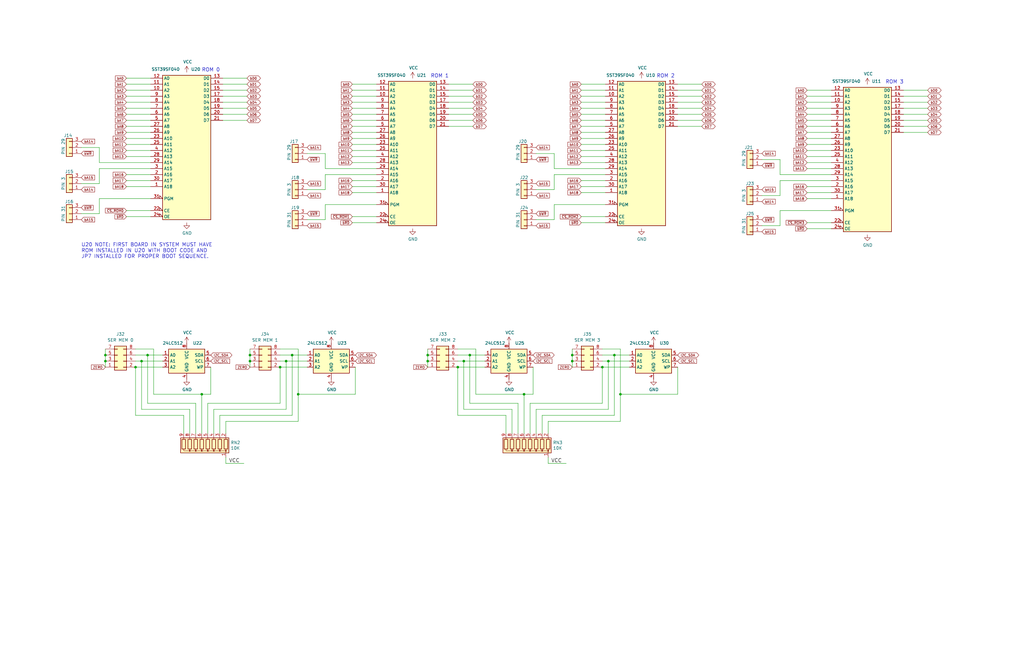
<source format=kicad_sch>
(kicad_sch (version 20211123) (generator eeschema)
  (paper "B")
  (lib_symbols
    (symbol "Connector_Generic:Conn_01x03" (pin_names (offset 1.016) hide)
      (property "Reference" "J" (at 0 5.08 0))
      (property "Value" "Conn_01x03" (at 0 -5.08 0))
      (symbol "Conn_01x03_1_1"
        (rectangle (start -1.27 -2.413) (end 0 -2.667) (stroke (width 0.1524)))
        (rectangle (start -1.27 0.127) (end 0 -0.127) (stroke (width 0.1524)))
        (rectangle (start -1.27 2.667) (end 0 2.413) (stroke (width 0.1524)))
        (rectangle (start -1.27 3.81) (end 1.27 -3.81) (stroke (width 0.254)) (fill (type background)))
        (pin passive line (at -5.08 2.54 0) (length 3.81) (name "Pin_1") (number "1"))
        (pin passive line (at -5.08 0 0) (length 3.81) (name "Pin_2") (number "2"))
        (pin passive line (at -5.08 -2.54 0) (length 3.81) (name "Pin_3") (number "3"))
      )
    )
    (symbol "Connector_Generic:Conn_02x04_Odd_Even" (pin_names (offset 1.016) hide)
      (property "Reference" "J" (at 1.27 5.08 0))
      (property "Value" "Conn_02x04_Odd_Even" (at 1.27 -7.62 0))
      (symbol "Conn_02x04_Odd_Even_1_1"
        (rectangle (start -1.27 -4.953) (end 0 -5.207) (stroke (width 0.1524)))
        (rectangle (start -1.27 -2.413) (end 0 -2.667) (stroke (width 0.1524)))
        (rectangle (start -1.27 0.127) (end 0 -0.127) (stroke (width 0.1524)))
        (rectangle (start -1.27 2.667) (end 0 2.413) (stroke (width 0.1524)))
        (rectangle (start -1.27 3.81) (end 3.81 -6.35) (stroke (width 0.254)) (fill (type background)))
        (rectangle (start 3.81 -4.953) (end 2.54 -5.207) (stroke (width 0.1524)))
        (rectangle (start 3.81 -2.413) (end 2.54 -2.667) (stroke (width 0.1524)))
        (rectangle (start 3.81 0.127) (end 2.54 -0.127) (stroke (width 0.1524)))
        (rectangle (start 3.81 2.667) (end 2.54 2.413) (stroke (width 0.1524)))
        (pin passive line (at -5.08 2.54 0) (length 3.81) (name "Pin_1") (number "1"))
        (pin passive line (at 7.62 2.54 180) (length 3.81) (name "Pin_2") (number "2"))
        (pin passive line (at -5.08 0 0) (length 3.81) (name "Pin_3") (number "3"))
        (pin passive line (at 7.62 0 180) (length 3.81) (name "Pin_4") (number "4"))
        (pin passive line (at -5.08 -2.54 0) (length 3.81) (name "Pin_5") (number "5"))
        (pin passive line (at 7.62 -2.54 180) (length 3.81) (name "Pin_6") (number "6"))
        (pin passive line (at -5.08 -5.08 0) (length 3.81) (name "Pin_7") (number "7"))
        (pin passive line (at 7.62 -5.08 180) (length 3.81) (name "Pin_8") (number "8"))
      )
    )
    (symbol "Device:R_Network08" (pin_names (offset 0) hide)
      (property "Reference" "RN" (at -12.7 0 90))
      (property "Value" "R_Network08" (at 10.16 0 90))
      (symbol "R_Network08_0_1"
        (rectangle (start -11.43 -3.175) (end 8.89 3.175) (stroke (width 0.254)) (fill (type background)))
        (rectangle (start -10.922 1.524) (end -9.398 -2.54) (stroke (width 0.254)))
        (circle (center -10.16 2.286) (radius 0.254) (fill (type outline)))
        (rectangle (start -8.382 1.524) (end -6.858 -2.54) (stroke (width 0.254)))
        (circle (center -7.62 2.286) (radius 0.254) (fill (type outline)))
        (rectangle (start -5.842 1.524) (end -4.318 -2.54) (stroke (width 0.254)))
        (circle (center -5.08 2.286) (radius 0.254) (fill (type outline)))
        (rectangle (start -3.302 1.524) (end -1.778 -2.54) (stroke (width 0.254)))
        (circle (center -2.54 2.286) (radius 0.254) (fill (type outline)))
        (rectangle (start -0.762 1.524) (end 0.762 -2.54) (stroke (width 0.254)))
        (polyline (pts (xy -10.16 -2.54) (xy -10.16 -3.81)))
        (polyline (pts (xy -7.62 -2.54) (xy -7.62 -3.81)))
        (polyline (pts (xy -5.08 -2.54) (xy -5.08 -3.81)))
        (polyline (pts (xy -2.54 -2.54) (xy -2.54 -3.81)))
        (polyline (pts (xy 0 -2.54) (xy 0 -3.81)))
        (polyline (pts (xy 2.54 -2.54) (xy 2.54 -3.81)))
        (polyline (pts (xy 5.08 -2.54) (xy 5.08 -3.81)))
        (polyline (pts (xy 7.62 -2.54) (xy 7.62 -3.81)))
        (polyline (pts (xy -10.16 1.524) (xy -10.16 2.286) (xy -7.62 2.286) (xy -7.62 1.524)))
        (polyline (pts (xy -7.62 1.524) (xy -7.62 2.286) (xy -5.08 2.286) (xy -5.08 1.524)))
        (polyline (pts (xy -5.08 1.524) (xy -5.08 2.286) (xy -2.54 2.286) (xy -2.54 1.524)))
        (polyline (pts (xy -2.54 1.524) (xy -2.54 2.286) (xy 0 2.286) (xy 0 1.524)))
        (polyline (pts (xy 0 1.524) (xy 0 2.286) (xy 2.54 2.286) (xy 2.54 1.524)))
        (polyline (pts (xy 2.54 1.524) (xy 2.54 2.286) (xy 5.08 2.286) (xy 5.08 1.524)))
        (polyline (pts (xy 5.08 1.524) (xy 5.08 2.286) (xy 7.62 2.286) (xy 7.62 1.524)))
        (circle (center 0 2.286) (radius 0.254) (fill (type outline)))
        (rectangle (start 1.778 1.524) (end 3.302 -2.54) (stroke (width 0.254)))
        (circle (center 2.54 2.286) (radius 0.254) (fill (type outline)))
        (rectangle (start 4.318 1.524) (end 5.842 -2.54) (stroke (width 0.254)))
        (circle (center 5.08 2.286) (radius 0.254) (fill (type outline)))
        (rectangle (start 6.858 1.524) (end 8.382 -2.54) (stroke (width 0.254)))
      )
      (symbol "R_Network08_1_1"
        (pin passive line (at -10.16 5.08 270) (length 2.54) (name "common") (number "1"))
        (pin passive line (at -10.16 -5.08 90) (length 1.27) (name "R1") (number "2"))
        (pin passive line (at -7.62 -5.08 90) (length 1.27) (name "R2") (number "3"))
        (pin passive line (at -5.08 -5.08 90) (length 1.27) (name "R3") (number "4"))
        (pin passive line (at -2.54 -5.08 90) (length 1.27) (name "R4") (number "5"))
        (pin passive line (at 0 -5.08 90) (length 1.27) (name "R5") (number "6"))
        (pin passive line (at 2.54 -5.08 90) (length 1.27) (name "R6") (number "7"))
        (pin passive line (at 5.08 -5.08 90) (length 1.27) (name "R7") (number "8"))
        (pin passive line (at 7.62 -5.08 90) (length 1.27) (name "R8") (number "9"))
      )
    )
    (symbol "Memory_EEPROM:24LC512"
      (property "Reference" "U" (at -6.35 6.35 0))
      (property "Value" "24LC512" (at 1.27 6.35 0))
      (symbol "24LC512_1_1"
        (rectangle (start -7.62 5.08) (end 7.62 -5.08) (stroke (width 0.254)) (fill (type background)))
        (pin input line (at -10.16 2.54 0) (length 2.54) (name "A0") (number "1"))
        (pin input line (at -10.16 0 0) (length 2.54) (name "A1") (number "2"))
        (pin input line (at -10.16 -2.54 0) (length 2.54) (name "A2") (number "3"))
        (pin power_in line (at 0 -7.62 90) (length 2.54) (name "GND") (number "4"))
        (pin bidirectional line (at 10.16 2.54 180) (length 2.54) (name "SDA") (number "5"))
        (pin input line (at 10.16 0 180) (length 2.54) (name "SCL") (number "6"))
        (pin input line (at 10.16 -2.54 180) (length 2.54) (name "WP") (number "7"))
        (pin power_in line (at 0 7.62 270) (length 2.54) (name "VCC") (number "8"))
      )
    )
    (symbol "Memory_Flash:SST39SF040"
      (property "Reference" "U" (at 2.54 33.02 0))
      (property "Value" "SST39SF040" (at 0 -30.48 0))
      (symbol "SST39SF040_0_0"
        (pin power_in line (at 0 -30.48 90) (length 1.27) hide (name "GND") (number "16"))
        (pin power_in line (at 0 33.02 270) (length 1.27) hide (name "VCC") (number "32"))
      )
      (symbol "SST39SF040_0_1"
        (rectangle (start -10.16 31.75) (end 10.16 -29.21) (stroke (width 0.254)) (fill (type background)))
      )
      (symbol "SST39SF040_1_1"
        (pin input line (at -15.24 -15.24 0) (length 5.08) (name "A18") (number "1"))
        (pin input line (at -15.24 25.4 0) (length 5.08) (name "A2") (number "10"))
        (pin input line (at -15.24 27.94 0) (length 5.08) (name "A1") (number "11"))
        (pin input line (at -15.24 30.48 0) (length 5.08) (name "A0") (number "12"))
        (pin tri_state line (at 15.24 30.48 180) (length 5.08) (name "D0") (number "13"))
        (pin tri_state line (at 15.24 27.94 180) (length 5.08) (name "D1") (number "14"))
        (pin tri_state line (at 15.24 25.4 180) (length 5.08) (name "D2") (number "15"))
        (pin tri_state line (at 15.24 22.86 180) (length 5.08) (name "D3") (number "17"))
        (pin tri_state line (at 15.24 20.32 180) (length 5.08) (name "D4") (number "18"))
        (pin tri_state line (at 15.24 17.78 180) (length 5.08) (name "D5") (number "19"))
        (pin input line (at -15.24 -10.16 0) (length 5.08) (name "A16") (number "2"))
        (pin tri_state line (at 15.24 15.24 180) (length 5.08) (name "D6") (number "20"))
        (pin tri_state line (at 15.24 12.7 180) (length 5.08) (name "D7") (number "21"))
        (pin input input_low (at -15.24 -25.4 0) (length 5.08) (name "CE") (number "22"))
        (pin input line (at -15.24 5.08 0) (length 5.08) (name "A10") (number "23"))
        (pin input input_low (at -15.24 -27.94 0) (length 5.08) (name "OE") (number "24"))
        (pin input line (at -15.24 2.54 0) (length 5.08) (name "A11") (number "25"))
        (pin input line (at -15.24 7.62 0) (length 5.08) (name "A9") (number "26"))
        (pin input line (at -15.24 10.16 0) (length 5.08) (name "A8") (number "27"))
        (pin input line (at -15.24 -2.54 0) (length 5.08) (name "A13") (number "28"))
        (pin input line (at -15.24 -5.08 0) (length 5.08) (name "A14") (number "29"))
        (pin input line (at -15.24 -7.62 0) (length 5.08) (name "A15") (number "3"))
        (pin input line (at -15.24 -12.7 0) (length 5.08) (name "A17") (number "30"))
        (pin input input_low (at -15.24 -20.32 0) (length 5.08) (name "PGM") (number "31"))
        (pin input line (at -15.24 0 0) (length 5.08) (name "A12") (number "4"))
        (pin input line (at -15.24 12.7 0) (length 5.08) (name "A7") (number "5"))
        (pin input line (at -15.24 15.24 0) (length 5.08) (name "A6") (number "6"))
        (pin input line (at -15.24 17.78 0) (length 5.08) (name "A5") (number "7"))
        (pin input line (at -15.24 20.32 0) (length 5.08) (name "A4") (number "8"))
        (pin input line (at -15.24 22.86 0) (length 5.08) (name "A3") (number "9"))
      )
    )
    (symbol "power:GND" (power) (pin_names (offset 0))
      (property "Value" "GND" (at 0 -3.81 0))
      (symbol "GND_0_1"
        (polyline (pts (xy 0 0) (xy 0 -1.27) (xy 1.27 -1.27) (xy 0 -2.54) (xy -1.27 -1.27) (xy 0 -1.27)))
      )
      (symbol "GND_1_1"
        (pin power_in line (at 0 0 270) (length 0) hide (name "GND") (number "1"))
      )
    )
    (symbol "power:VCC" (power) (pin_names (offset 0))
      (property "Value" "VCC" (at 0 3.81 0))
      (symbol "VCC_0_1"
        (polyline (pts (xy -0.762 1.27) (xy 0 2.54)))
        (polyline (pts (xy 0 0) (xy 0 2.54)))
        (polyline (pts (xy 0 2.54) (xy 0.762 1.27)))
      )
      (symbol "VCC_1_1"
        (pin power_in line (at 0 0 90) (length 0) hide (name "VCC") (number "1"))
      )
    )
  )
  (junction (at 85.09 166.37))
  (junction (at 259.08 149.86))
  (junction (at 195.58 152.4))
  (junction (at 241.3 149.86))
  (junction (at 193.04 154.94))
  (junction (at 105.41 149.86))
  (junction (at 62.23 149.86))
  (junction (at 180.34 149.86))
  (junction (at 118.11 154.94))
  (junction (at 125.73 166.37))
  (junction (at 57.15 154.94))
  (junction (at 198.12 149.86))
  (junction (at 59.69 152.4))
  (junction (at 256.54 152.4))
  (junction (at 105.41 152.4))
  (junction (at 261.62 166.37))
  (junction (at 220.98 166.37))
  (junction (at 241.3 152.4))
  (junction (at 120.65 152.4))
  (junction (at 254 154.94))
  (junction (at 44.45 152.4))
  (junction (at 180.34 152.4))
  (junction (at 123.19 149.86))
  (junction (at 44.45 149.86))
  (wire (pts (xy 245.11 40.64) (xy 255.27 40.64)))
  (wire (pts (xy 41.91 83.82) (xy 63.5 83.82)))
  (wire (pts (xy 340.36 38.1) (xy 350.52 38.1)))
  (wire (pts (xy 381 50.8) (xy 391.16 50.8)))
  (wire (pts (xy 189.23 38.1) (xy 199.39 38.1)))
  (wire (pts (xy 41.91 68.58) (xy 41.91 62.23)))
  (wire (pts (xy 120.65 172.72) (xy 120.65 152.4)))
  (wire (pts (xy 245.11 76.2) (xy 255.27 76.2)))
  (wire (pts (xy 85.09 166.37) (xy 85.09 182.88)))
  (wire (pts (xy 137.16 71.12) (xy 137.16 64.77)))
  (wire (pts (xy 254 149.86) (xy 259.08 149.86)))
  (wire (pts (xy 233.68 73.66) (xy 255.27 73.66)))
  (wire (pts (xy 198.12 149.86) (xy 204.47 149.86)))
  (wire (pts (xy 90.17 172.72) (xy 90.17 182.88)))
  (wire (pts (xy 93.98 50.8) (xy 104.14 50.8)))
  (wire (pts (xy 245.11 63.5) (xy 255.27 63.5)))
  (wire (pts (xy 125.73 147.32) (xy 125.73 166.37)))
  (wire (pts (xy 120.65 152.4) (xy 129.54 152.4)))
  (wire (pts (xy 189.23 45.72) (xy 199.39 45.72)))
  (wire (pts (xy 53.34 45.72) (xy 63.5 45.72)))
  (wire (pts (xy 57.15 147.32) (xy 64.77 147.32)))
  (wire (pts (xy 233.68 80.01) (xy 226.06 80.01)))
  (wire (pts (xy 285.75 53.34) (xy 295.91 53.34)))
  (wire (pts (xy 285.75 48.26) (xy 295.91 48.26)))
  (wire (pts (xy 254 152.4) (xy 256.54 152.4)))
  (wire (pts (xy 123.19 149.86) (xy 129.54 149.86)))
  (wire (pts (xy 213.36 175.26) (xy 213.36 182.88)))
  (wire (pts (xy 231.14 195.58) (xy 238.76 195.58)))
  (wire (pts (xy 53.34 76.2) (xy 63.5 76.2)))
  (wire (pts (xy 233.68 80.01) (xy 233.68 73.66)))
  (wire (pts (xy 57.15 149.86) (xy 62.23 149.86)))
  (wire (pts (xy 328.93 76.2) (xy 350.52 76.2)))
  (wire (pts (xy 93.98 43.18) (xy 104.14 43.18)))
  (wire (pts (xy 148.59 35.56) (xy 158.75 35.56)))
  (wire (pts (xy 261.62 166.37) (xy 285.75 166.37)))
  (wire (pts (xy 105.41 147.32) (xy 105.41 149.86)))
  (wire (pts (xy 87.63 170.18) (xy 118.11 170.18)))
  (wire (pts (xy 148.59 78.74) (xy 158.75 78.74)))
  (wire (pts (xy 213.36 175.26) (xy 193.04 175.26)))
  (wire (pts (xy 90.17 172.72) (xy 120.65 172.72)))
  (wire (pts (xy 41.91 68.58) (xy 63.5 68.58)))
  (wire (pts (xy 381 38.1) (xy 391.16 38.1)))
  (wire (pts (xy 148.59 66.04) (xy 158.75 66.04)))
  (wire (pts (xy 149.86 166.37) (xy 149.86 154.94)))
  (wire (pts (xy 87.63 182.88) (xy 87.63 170.18)))
  (wire (pts (xy 340.36 83.82) (xy 350.52 83.82)))
  (wire (pts (xy 137.16 92.71) (xy 129.54 92.71)))
  (wire (pts (xy 85.09 166.37) (xy 88.9 166.37)))
  (wire (pts (xy 233.68 86.36) (xy 233.68 92.71)))
  (wire (pts (xy 77.47 175.26) (xy 57.15 175.26)))
  (wire (pts (xy 189.23 43.18) (xy 199.39 43.18)))
  (wire (pts (xy 241.3 147.32) (xy 241.3 149.86)))
  (wire (pts (xy 381 53.34) (xy 391.16 53.34)))
  (wire (pts (xy 64.77 166.37) (xy 85.09 166.37)))
  (wire (pts (xy 57.15 154.94) (xy 68.58 154.94)))
  (wire (pts (xy 53.34 38.1) (xy 63.5 38.1)))
  (wire (pts (xy 92.71 182.88) (xy 92.71 175.26)))
  (wire (pts (xy 148.59 93.98) (xy 158.75 93.98)))
  (wire (pts (xy 218.44 170.18) (xy 198.12 170.18)))
  (wire (pts (xy 245.11 45.72) (xy 255.27 45.72)))
  (wire (pts (xy 241.3 152.4) (xy 241.3 154.94)))
  (wire (pts (xy 226.06 172.72) (xy 256.54 172.72)))
  (wire (pts (xy 125.73 177.8) (xy 95.25 177.8)))
  (wire (pts (xy 125.73 166.37) (xy 149.86 166.37)))
  (wire (pts (xy 53.34 88.9) (xy 63.5 88.9)))
  (wire (pts (xy 340.36 96.52) (xy 350.52 96.52)))
  (wire (pts (xy 41.91 77.47) (xy 34.29 77.47)))
  (wire (pts (xy 340.36 53.34) (xy 350.52 53.34)))
  (wire (pts (xy 223.52 170.18) (xy 254 170.18)))
  (wire (pts (xy 350.52 78.74) (xy 340.36 78.74)))
  (wire (pts (xy 228.6 182.88) (xy 228.6 175.26)))
  (wire (pts (xy 245.11 43.18) (xy 255.27 43.18)))
  (wire (pts (xy 118.11 154.94) (xy 129.54 154.94)))
  (wire (pts (xy 180.34 147.32) (xy 180.34 149.86)))
  (wire (pts (xy 62.23 149.86) (xy 68.58 149.86)))
  (wire (pts (xy 254 154.94) (xy 265.43 154.94)))
  (wire (pts (xy 285.75 35.56) (xy 295.91 35.56)))
  (wire (pts (xy 53.34 43.18) (xy 63.5 43.18)))
  (wire (pts (xy 259.08 149.86) (xy 265.43 149.86)))
  (wire (pts (xy 59.69 172.72) (xy 80.01 172.72)))
  (wire (pts (xy 180.34 149.86) (xy 180.34 152.4)))
  (wire (pts (xy 381 40.64) (xy 391.16 40.64)))
  (wire (pts (xy 125.73 166.37) (xy 125.73 177.8)))
  (wire (pts (xy 218.44 170.18) (xy 218.44 182.88)))
  (wire (pts (xy 245.11 93.98) (xy 255.27 93.98)))
  (wire (pts (xy 137.16 80.01) (xy 137.16 73.66)))
  (wire (pts (xy 224.79 166.37) (xy 224.79 154.94)))
  (wire (pts (xy 340.36 58.42) (xy 350.52 58.42)))
  (wire (pts (xy 193.04 154.94) (xy 204.47 154.94)))
  (wire (pts (xy 193.04 147.32) (xy 200.66 147.32)))
  (wire (pts (xy 148.59 53.34) (xy 158.75 53.34)))
  (wire (pts (xy 340.36 68.58) (xy 350.52 68.58)))
  (wire (pts (xy 59.69 152.4) (xy 68.58 152.4)))
  (wire (pts (xy 245.11 55.88) (xy 255.27 55.88)))
  (wire (pts (xy 340.36 81.28) (xy 350.52 81.28)))
  (wire (pts (xy 328.93 73.66) (xy 328.93 67.31)))
  (wire (pts (xy 223.52 182.88) (xy 223.52 170.18)))
  (wire (pts (xy 245.11 58.42) (xy 255.27 58.42)))
  (wire (pts (xy 254 154.94) (xy 254 170.18)))
  (wire (pts (xy 195.58 152.4) (xy 195.58 172.72)))
  (wire (pts (xy 245.11 81.28) (xy 255.27 81.28)))
  (wire (pts (xy 148.59 63.5) (xy 158.75 63.5)))
  (wire (pts (xy 92.71 175.26) (xy 123.19 175.26)))
  (wire (pts (xy 261.62 166.37) (xy 261.62 177.8)))
  (wire (pts (xy 231.14 177.8) (xy 231.14 182.88)))
  (wire (pts (xy 148.59 81.28) (xy 158.75 81.28)))
  (wire (pts (xy 193.04 175.26) (xy 193.04 154.94)))
  (wire (pts (xy 93.98 48.26) (xy 104.14 48.26)))
  (wire (pts (xy 245.11 38.1) (xy 255.27 38.1)))
  (wire (pts (xy 256.54 152.4) (xy 265.43 152.4)))
  (wire (pts (xy 53.34 63.5) (xy 63.5 63.5)))
  (wire (pts (xy 53.34 91.44) (xy 63.5 91.44)))
  (wire (pts (xy 53.34 78.74) (xy 63.5 78.74)))
  (wire (pts (xy 261.62 177.8) (xy 231.14 177.8)))
  (wire (pts (xy 226.06 172.72) (xy 226.06 182.88)))
  (wire (pts (xy 62.23 170.18) (xy 62.23 149.86)))
  (wire (pts (xy 41.91 71.12) (xy 63.5 71.12)))
  (wire (pts (xy 340.36 48.26) (xy 350.52 48.26)))
  (wire (pts (xy 256.54 172.72) (xy 256.54 152.4)))
  (wire (pts (xy 88.9 166.37) (xy 88.9 154.94)))
  (wire (pts (xy 241.3 149.86) (xy 241.3 152.4)))
  (wire (pts (xy 118.11 152.4) (xy 120.65 152.4)))
  (wire (pts (xy 41.91 90.17) (xy 34.29 90.17)))
  (wire (pts (xy 137.16 71.12) (xy 158.75 71.12)))
  (wire (pts (xy 123.19 149.86) (xy 123.19 175.26)))
  (wire (pts (xy 340.36 66.04) (xy 350.52 66.04)))
  (wire (pts (xy 82.55 170.18) (xy 62.23 170.18)))
  (wire (pts (xy 105.41 152.4) (xy 105.41 154.94)))
  (wire (pts (xy 340.36 55.88) (xy 350.52 55.88)))
  (wire (pts (xy 93.98 45.72) (xy 104.14 45.72)))
  (wire (pts (xy 328.93 73.66) (xy 350.52 73.66)))
  (wire (pts (xy 53.34 40.64) (xy 63.5 40.64)))
  (wire (pts (xy 148.59 68.58) (xy 158.75 68.58)))
  (wire (pts (xy 245.11 50.8) (xy 255.27 50.8)))
  (wire (pts (xy 285.75 40.64) (xy 295.91 40.64)))
  (wire (pts (xy 195.58 172.72) (xy 215.9 172.72)))
  (wire (pts (xy 328.93 82.55) (xy 321.31 82.55)))
  (wire (pts (xy 189.23 50.8) (xy 199.39 50.8)))
  (wire (pts (xy 200.66 147.32) (xy 200.66 166.37)))
  (wire (pts (xy 53.34 48.26) (xy 63.5 48.26)))
  (wire (pts (xy 158.75 76.2) (xy 148.59 76.2)))
  (wire (pts (xy 254 147.32) (xy 261.62 147.32)))
  (wire (pts (xy 148.59 55.88) (xy 158.75 55.88)))
  (wire (pts (xy 93.98 38.1) (xy 104.14 38.1)))
  (wire (pts (xy 95.25 195.58) (xy 102.87 195.58)))
  (wire (pts (xy 95.25 195.58) (xy 95.25 193.04)))
  (wire (pts (xy 41.91 83.82) (xy 41.91 90.17)))
  (wire (pts (xy 41.91 62.23) (xy 34.29 62.23)))
  (wire (pts (xy 245.11 68.58) (xy 255.27 68.58)))
  (wire (pts (xy 245.11 53.34) (xy 255.27 53.34)))
  (wire (pts (xy 118.11 149.86) (xy 123.19 149.86)))
  (wire (pts (xy 59.69 152.4) (xy 59.69 172.72)))
  (wire (pts (xy 328.93 67.31) (xy 321.31 67.31)))
  (wire (pts (xy 245.11 66.04) (xy 255.27 66.04)))
  (wire (pts (xy 340.36 43.18) (xy 350.52 43.18)))
  (wire (pts (xy 193.04 149.86) (xy 198.12 149.86)))
  (wire (pts (xy 64.77 147.32) (xy 64.77 166.37)))
  (wire (pts (xy 80.01 172.72) (xy 80.01 182.88)))
  (wire (pts (xy 137.16 86.36) (xy 137.16 92.71)))
  (wire (pts (xy 105.41 149.86) (xy 105.41 152.4)))
  (wire (pts (xy 93.98 40.64) (xy 104.14 40.64)))
  (wire (pts (xy 233.68 64.77) (xy 226.06 64.77)))
  (wire (pts (xy 220.98 166.37) (xy 224.79 166.37)))
  (wire (pts (xy 245.11 48.26) (xy 255.27 48.26)))
  (wire (pts (xy 340.36 50.8) (xy 350.52 50.8)))
  (wire (pts (xy 137.16 73.66) (xy 158.75 73.66)))
  (wire (pts (xy 328.93 88.9) (xy 328.93 95.25)))
  (wire (pts (xy 53.34 53.34) (xy 63.5 53.34)))
  (wire (pts (xy 381 45.72) (xy 391.16 45.72)))
  (wire (pts (xy 198.12 170.18) (xy 198.12 149.86)))
  (wire (pts (xy 148.59 50.8) (xy 158.75 50.8)))
  (wire (pts (xy 148.59 40.64) (xy 158.75 40.64)))
  (wire (pts (xy 137.16 64.77) (xy 129.54 64.77)))
  (wire (pts (xy 200.66 166.37) (xy 220.98 166.37)))
  (wire (pts (xy 95.25 177.8) (xy 95.25 182.88)))
  (wire (pts (xy 137.16 86.36) (xy 158.75 86.36)))
  (wire (pts (xy 189.23 40.64) (xy 199.39 40.64)))
  (wire (pts (xy 231.14 195.58) (xy 231.14 193.04)))
  (wire (pts (xy 148.59 48.26) (xy 158.75 48.26)))
  (wire (pts (xy 381 48.26) (xy 391.16 48.26)))
  (wire (pts (xy 53.34 73.66) (xy 63.5 73.66)))
  (wire (pts (xy 93.98 33.02) (xy 104.14 33.02)))
  (wire (pts (xy 259.08 149.86) (xy 259.08 175.26)))
  (wire (pts (xy 340.36 45.72) (xy 350.52 45.72)))
  (wire (pts (xy 193.04 152.4) (xy 195.58 152.4)))
  (wire (pts (xy 180.34 152.4) (xy 180.34 154.94)))
  (wire (pts (xy 53.34 58.42) (xy 63.5 58.42)))
  (wire (pts (xy 118.11 154.94) (xy 118.11 170.18)))
  (wire (pts (xy 93.98 35.56) (xy 104.14 35.56)))
  (wire (pts (xy 328.93 88.9) (xy 350.52 88.9)))
  (wire (pts (xy 189.23 35.56) (xy 199.39 35.56)))
  (wire (pts (xy 245.11 91.44) (xy 255.27 91.44)))
  (wire (pts (xy 44.45 149.86) (xy 44.45 152.4)))
  (wire (pts (xy 44.45 152.4) (xy 44.45 154.94)))
  (wire (pts (xy 53.34 33.02) (xy 63.5 33.02)))
  (wire (pts (xy 53.34 60.96) (xy 63.5 60.96)))
  (wire (pts (xy 233.68 92.71) (xy 226.06 92.71)))
  (wire (pts (xy 233.68 86.36) (xy 255.27 86.36)))
  (wire (pts (xy 340.36 93.98) (xy 350.52 93.98)))
  (wire (pts (xy 148.59 91.44) (xy 158.75 91.44)))
  (wire (pts (xy 381 43.18) (xy 391.16 43.18)))
  (wire (pts (xy 41.91 77.47) (xy 41.91 71.12)))
  (wire (pts (xy 328.93 95.25) (xy 321.31 95.25)))
  (wire (pts (xy 285.75 45.72) (xy 295.91 45.72)))
  (wire (pts (xy 189.23 48.26) (xy 199.39 48.26)))
  (wire (pts (xy 53.34 55.88) (xy 63.5 55.88)))
  (wire (pts (xy 44.45 147.32) (xy 44.45 149.86)))
  (wire (pts (xy 228.6 175.26) (xy 259.08 175.26)))
  (wire (pts (xy 195.58 152.4) (xy 204.47 152.4)))
  (wire (pts (xy 285.75 154.94) (xy 285.75 166.37)))
  (wire (pts (xy 285.75 50.8) (xy 295.91 50.8)))
  (wire (pts (xy 340.36 71.12) (xy 350.52 71.12)))
  (wire (pts (xy 285.75 38.1) (xy 295.91 38.1)))
  (wire (pts (xy 245.11 78.74) (xy 255.27 78.74)))
  (wire (pts (xy 148.59 60.96) (xy 158.75 60.96)))
  (wire (pts (xy 57.15 152.4) (xy 59.69 152.4)))
  (wire (pts (xy 233.68 71.12) (xy 233.68 64.77)))
  (wire (pts (xy 245.11 60.96) (xy 255.27 60.96)))
  (wire (pts (xy 148.59 43.18) (xy 158.75 43.18)))
  (wire (pts (xy 137.16 80.01) (xy 129.54 80.01)))
  (wire (pts (xy 189.23 53.34) (xy 199.39 53.34)))
  (wire (pts (xy 82.55 170.18) (xy 82.55 182.88)))
  (wire (pts (xy 340.36 63.5) (xy 350.52 63.5)))
  (wire (pts (xy 215.9 172.72) (xy 215.9 182.88)))
  (wire (pts (xy 381 55.88) (xy 391.16 55.88)))
  (wire (pts (xy 261.62 147.32) (xy 261.62 166.37)))
  (wire (pts (xy 285.75 43.18) (xy 295.91 43.18)))
  (wire (pts (xy 328.93 82.55) (xy 328.93 76.2)))
  (wire (pts (xy 148.59 58.42) (xy 158.75 58.42)))
  (wire (pts (xy 118.11 147.32) (xy 125.73 147.32)))
  (wire (pts (xy 340.36 40.64) (xy 350.52 40.64)))
  (wire (pts (xy 233.68 71.12) (xy 255.27 71.12)))
  (wire (pts (xy 245.11 35.56) (xy 255.27 35.56)))
  (wire (pts (xy 220.98 166.37) (xy 220.98 182.88)))
  (wire (pts (xy 53.34 50.8) (xy 63.5 50.8)))
  (wire (pts (xy 57.15 175.26) (xy 57.15 154.94)))
  (wire (pts (xy 77.47 175.26) (xy 77.47 182.88)))
  (wire (pts (xy 53.34 35.56) (xy 63.5 35.56)))
  (wire (pts (xy 53.34 66.04) (xy 63.5 66.04)))
  (wire (pts (xy 148.59 38.1) (xy 158.75 38.1)))
  (wire (pts (xy 340.36 60.96) (xy 350.52 60.96)))
  (wire (pts (xy 148.59 45.72) (xy 158.75 45.72)))
  (text "ROM 3" (at 373.38 35.56 0) (effects (font (size 1.524 1.524)) (justify left bottom)))
  (text "ROM 1" (at 181.61 33.02 0) (effects (font (size 1.524 1.524)) (justify left bottom)))
  (text "ROM 0" (at 85.09 30.48 0) (effects (font (size 1.524 1.524)) (justify left bottom)))
  (text "ROM 2" (at 276.86 33.02 0) (effects (font (size 1.524 1.524)) (justify left bottom)))
  (text "U20 NOTE: FIRST BOARD IN SYSTEM MUST HAVE\nROM INSTALLED IN U20 WITH BOOT CODE AND\nJP7 INSTALLED FOR PROPER BOOT SEQUENCE." (at 34.29 109.22 0) (effects (font (size 1.524 1.524)) (justify left bottom)))
  (label "VCC" (at 232.41 195.58 0) (effects (font (size 1.524 1.524))))
  (label "VCC" (at 96.52 195.58 0) (effects (font (size 1.524 1.524))))
  (global_label "bA9" (shape input) (at 245.11 58.42 180) (effects (font (size 1.016 1.016))) (property "Intersheet References" "${INTERSHEET_REFS}" (effects hide)))
  (global_label "bA16" (shape input) (at 245.11 76.2 180) (effects (font (size 1.016 1.016))) (property "Intersheet References" "${INTERSHEET_REFS}" (effects hide)))
  (global_label "bA15" (shape input) (at 34.29 74.93 0) (effects (font (size 1.016 1.016))) (property "Intersheet References" "${INTERSHEET_REFS}" (effects hide)))
  (global_label "bD2" (shape bidirectional) (at 104.14 38.1 0) (effects (font (size 1.016 1.016))) (property "Intersheet References" "${INTERSHEET_REFS}" (effects hide)))
  (global_label "ZERO" (shape input) (at 105.41 154.94 180) (effects (font (size 1.016 1.016))) (property "Intersheet References" "${INTERSHEET_REFS}" (effects hide)))
  (global_label "bD1" (shape bidirectional) (at 295.91 38.1 0) (effects (font (size 1.016 1.016))) (property "Intersheet References" "${INTERSHEET_REFS}" (effects hide)))
  (global_label "bA7" (shape input) (at 340.36 55.88 180) (effects (font (size 1.016 1.016))) (property "Intersheet References" "${INTERSHEET_REFS}" (effects hide)))
  (global_label "bD2" (shape bidirectional) (at 295.91 40.64 0) (effects (font (size 1.016 1.016))) (property "Intersheet References" "${INTERSHEET_REFS}" (effects hide)))
  (global_label "bA3" (shape input) (at 340.36 45.72 180) (effects (font (size 1.016 1.016))) (property "Intersheet References" "${INTERSHEET_REFS}" (effects hide)))
  (global_label "bD5" (shape bidirectional) (at 199.39 48.26 0) (effects (font (size 1.016 1.016))) (property "Intersheet References" "${INTERSHEET_REFS}" (effects hide)))
  (global_label "~{CS_ROM1}" (shape input) (at 148.59 91.44 180) (effects (font (size 1.016 1.016))) (property "Intersheet References" "${INTERSHEET_REFS}" (effects hide)))
  (global_label "bA14" (shape input) (at 226.06 62.23 0) (effects (font (size 1.016 1.016))) (property "Intersheet References" "${INTERSHEET_REFS}" (effects hide)))
  (global_label "bA11" (shape input) (at 148.59 63.5 180) (effects (font (size 1.016 1.016))) (property "Intersheet References" "${INTERSHEET_REFS}" (effects hide)))
  (global_label "bA2" (shape input) (at 245.11 40.64 180) (effects (font (size 1.016 1.016))) (property "Intersheet References" "${INTERSHEET_REFS}" (effects hide)))
  (global_label "bA16" (shape input) (at 148.59 76.2 180) (effects (font (size 1.016 1.016))) (property "Intersheet References" "${INTERSHEET_REFS}" (effects hide)))
  (global_label "bA17" (shape input) (at 245.11 78.74 180) (effects (font (size 1.016 1.016))) (property "Intersheet References" "${INTERSHEET_REFS}" (effects hide)))
  (global_label "~{bRD}" (shape input) (at 245.11 93.98 180) (effects (font (size 1.016 1.016))) (property "Intersheet References" "${INTERSHEET_REFS}" (effects hide)))
  (global_label "bA7" (shape input) (at 148.59 53.34 180) (effects (font (size 1.016 1.016))) (property "Intersheet References" "${INTERSHEET_REFS}" (effects hide)))
  (global_label "bA14" (shape input) (at 129.54 62.23 0) (effects (font (size 1.016 1.016))) (property "Intersheet References" "${INTERSHEET_REFS}" (effects hide)))
  (global_label "bD4" (shape bidirectional) (at 295.91 45.72 0) (effects (font (size 1.016 1.016))) (property "Intersheet References" "${INTERSHEET_REFS}" (effects hide)))
  (global_label "bA14" (shape input) (at 226.06 82.55 0) (effects (font (size 1.016 1.016))) (property "Intersheet References" "${INTERSHEET_REFS}" (effects hide)))
  (global_label "bA11" (shape input) (at 340.36 66.04 180) (effects (font (size 1.016 1.016))) (property "Intersheet References" "${INTERSHEET_REFS}" (effects hide)))
  (global_label "bA16" (shape input) (at 340.36 78.74 180) (effects (font (size 1.016 1.016))) (property "Intersheet References" "${INTERSHEET_REFS}" (effects hide)))
  (global_label "bD1" (shape bidirectional) (at 104.14 35.56 0) (effects (font (size 1.016 1.016))) (property "Intersheet References" "${INTERSHEET_REFS}" (effects hide)))
  (global_label "bA3" (shape input) (at 148.59 43.18 180) (effects (font (size 1.016 1.016))) (property "Intersheet References" "${INTERSHEET_REFS}" (effects hide)))
  (global_label "bD6" (shape bidirectional) (at 391.16 53.34 0) (effects (font (size 1.016 1.016))) (property "Intersheet References" "${INTERSHEET_REFS}" (effects hide)))
  (global_label "bA13" (shape input) (at 53.34 66.04 180) (effects (font (size 1.016 1.016))) (property "Intersheet References" "${INTERSHEET_REFS}" (effects hide)))
  (global_label "bA6" (shape input) (at 53.34 48.26 180) (effects (font (size 1.016 1.016))) (property "Intersheet References" "${INTERSHEET_REFS}" (effects hide)))
  (global_label "bD2" (shape bidirectional) (at 199.39 40.64 0) (effects (font (size 1.016 1.016))) (property "Intersheet References" "${INTERSHEET_REFS}" (effects hide)))
  (global_label "bD7" (shape bidirectional) (at 104.14 50.8 0) (effects (font (size 1.016 1.016))) (property "Intersheet References" "${INTERSHEET_REFS}" (effects hide)))
  (global_label "I2C_SCL" (shape input) (at 88.9 152.4 0) (effects (font (size 1.016 1.016))) (property "Intersheet References" "${INTERSHEET_REFS}" (effects hide)))
  (global_label "bD5" (shape bidirectional) (at 104.14 45.72 0) (effects (font (size 1.016 1.016))) (property "Intersheet References" "${INTERSHEET_REFS}" (effects hide)))
  (global_label "bA10" (shape input) (at 245.11 60.96 180) (effects (font (size 1.016 1.016))) (property "Intersheet References" "${INTERSHEET_REFS}" (effects hide)))
  (global_label "I2C_SDA" (shape bidirectional) (at 88.9 149.86 0) (effects (font (size 1.016 1.016))) (property "Intersheet References" "${INTERSHEET_REFS}" (effects hide)))
  (global_label "ZERO" (shape input) (at 241.3 154.94 180) (effects (font (size 1.016 1.016))) (property "Intersheet References" "${INTERSHEET_REFS}" (effects hide)))
  (global_label "bA5" (shape input) (at 148.59 48.26 180) (effects (font (size 1.016 1.016))) (property "Intersheet References" "${INTERSHEET_REFS}" (effects hide)))
  (global_label "bA16" (shape input) (at 53.34 73.66 180) (effects (font (size 1.016 1.016))) (property "Intersheet References" "${INTERSHEET_REFS}" (effects hide)))
  (global_label "bA10" (shape input) (at 148.59 60.96 180) (effects (font (size 1.016 1.016))) (property "Intersheet References" "${INTERSHEET_REFS}" (effects hide)))
  (global_label "bA14" (shape input) (at 34.29 59.69 0) (effects (font (size 1.016 1.016))) (property "Intersheet References" "${INTERSHEET_REFS}" (effects hide)))
  (global_label "bA17" (shape input) (at 340.36 81.28 180) (effects (font (size 1.016 1.016))) (property "Intersheet References" "${INTERSHEET_REFS}" (effects hide)))
  (global_label "bA18" (shape input) (at 340.36 83.82 180) (effects (font (size 1.016 1.016))) (property "Intersheet References" "${INTERSHEET_REFS}" (effects hide)))
  (global_label "bA9" (shape input) (at 340.36 60.96 180) (effects (font (size 1.016 1.016))) (property "Intersheet References" "${INTERSHEET_REFS}" (effects hide)))
  (global_label "ZERO" (shape input) (at 44.45 154.94 180) (effects (font (size 1.016 1.016))) (property "Intersheet References" "${INTERSHEET_REFS}" (effects hide)))
  (global_label "bA5" (shape input) (at 53.34 45.72 180) (effects (font (size 1.016 1.016))) (property "Intersheet References" "${INTERSHEET_REFS}" (effects hide)))
  (global_label "bA14" (shape input) (at 129.54 82.55 0) (effects (font (size 1.016 1.016))) (property "Intersheet References" "${INTERSHEET_REFS}" (effects hide)))
  (global_label "bA18" (shape input) (at 53.34 78.74 180) (effects (font (size 1.016 1.016))) (property "Intersheet References" "${INTERSHEET_REFS}" (effects hide)))
  (global_label "bA0" (shape input) (at 340.36 38.1 180) (effects (font (size 1.016 1.016))) (property "Intersheet References" "${INTERSHEET_REFS}" (effects hide)))
  (global_label "bA3" (shape input) (at 245.11 43.18 180) (effects (font (size 1.016 1.016))) (property "Intersheet References" "${INTERSHEET_REFS}" (effects hide)))
  (global_label "bD4" (shape bidirectional) (at 391.16 48.26 0) (effects (font (size 1.016 1.016))) (property "Intersheet References" "${INTERSHEET_REFS}" (effects hide)))
  (global_label "bD3" (shape bidirectional) (at 104.14 40.64 0) (effects (font (size 1.016 1.016))) (property "Intersheet References" "${INTERSHEET_REFS}" (effects hide)))
  (global_label "bA17" (shape input) (at 53.34 76.2 180) (effects (font (size 1.016 1.016))) (property "Intersheet References" "${INTERSHEET_REFS}" (effects hide)))
  (global_label "bA10" (shape input) (at 53.34 58.42 180) (effects (font (size 1.016 1.016))) (property "Intersheet References" "${INTERSHEET_REFS}" (effects hide)))
  (global_label "bA14" (shape input) (at 34.29 80.01 0) (effects (font (size 1.016 1.016))) (property "Intersheet References" "${INTERSHEET_REFS}" (effects hide)))
  (global_label "bA15" (shape input) (at 226.06 95.25 0) (effects (font (size 1.016 1.016))) (property "Intersheet References" "${INTERSHEET_REFS}" (effects hide)))
  (global_label "bD5" (shape bidirectional) (at 295.91 48.26 0) (effects (font (size 1.016 1.016))) (property "Intersheet References" "${INTERSHEET_REFS}" (effects hide)))
  (global_label "I2C_SDA" (shape bidirectional) (at 149.86 149.86 0) (effects (font (size 1.016 1.016))) (property "Intersheet References" "${INTERSHEET_REFS}" (effects hide)))
  (global_label "bA4" (shape input) (at 340.36 48.26 180) (effects (font (size 1.016 1.016))) (property "Intersheet References" "${INTERSHEET_REFS}" (effects hide)))
  (global_label "bA8" (shape input) (at 53.34 53.34 180) (effects (font (size 1.016 1.016))) (property "Intersheet References" "${INTERSHEET_REFS}" (effects hide)))
  (global_label "I2C_SDA" (shape bidirectional) (at 285.75 149.86 0) (effects (font (size 1.016 1.016))) (property "Intersheet References" "${INTERSHEET_REFS}" (effects hide)))
  (global_label "~{bWR}" (shape input) (at 34.29 64.77 0) (effects (font (size 1.016 1.016))) (property "Intersheet References" "${INTERSHEET_REFS}" (effects hide)))
  (global_label "~{bRD}" (shape input) (at 53.34 91.44 180) (effects (font (size 1.016 1.016))) (property "Intersheet References" "${INTERSHEET_REFS}" (effects hide)))
  (global_label "bA17" (shape input) (at 148.59 78.74 180) (effects (font (size 1.016 1.016))) (property "Intersheet References" "${INTERSHEET_REFS}" (effects hide)))
  (global_label "I2C_SCL" (shape input) (at 285.75 152.4 0) (effects (font (size 1.016 1.016))) (property "Intersheet References" "${INTERSHEET_REFS}" (effects hide)))
  (global_label "bA13" (shape input) (at 340.36 71.12 180) (effects (font (size 1.016 1.016))) (property "Intersheet References" "${INTERSHEET_REFS}" (effects hide)))
  (global_label "bD2" (shape bidirectional) (at 391.16 43.18 0) (effects (font (size 1.016 1.016))) (property "Intersheet References" "${INTERSHEET_REFS}" (effects hide)))
  (global_label "bD6" (shape bidirectional) (at 199.39 50.8 0) (effects (font (size 1.016 1.016))) (property "Intersheet References" "${INTERSHEET_REFS}" (effects hide)))
  (global_label "bA2" (shape input) (at 340.36 43.18 180) (effects (font (size 1.016 1.016))) (property "Intersheet References" "${INTERSHEET_REFS}" (effects hide)))
  (global_label "bA11" (shape input) (at 53.34 60.96 180) (effects (font (size 1.016 1.016))) (property "Intersheet References" "${INTERSHEET_REFS}" (effects hide)))
  (global_label "bA15" (shape input) (at 129.54 77.47 0) (effects (font (size 1.016 1.016))) (property "Intersheet References" "${INTERSHEET_REFS}" (effects hide)))
  (global_label "I2C_SCL" (shape input) (at 149.86 152.4 0) (effects (font (size 1.016 1.016))) (property "Intersheet References" "${INTERSHEET_REFS}" (effects hide)))
  (global_label "bA1" (shape input) (at 245.11 38.1 180) (effects (font (size 1.016 1.016))) (property "Intersheet References" "${INTERSHEET_REFS}" (effects hide)))
  (global_label "~{bWR}" (shape input) (at 129.54 67.31 0) (effects (font (size 1.016 1.016))) (property "Intersheet References" "${INTERSHEET_REFS}" (effects hide)))
  (global_label "bA1" (shape input) (at 148.59 38.1 180) (effects (font (size 1.016 1.016))) (property "Intersheet References" "${INTERSHEET_REFS}" (effects hide)))
  (global_label "bA18" (shape input) (at 148.59 81.28 180) (effects (font (size 1.016 1.016))) (property "Intersheet References" "${INTERSHEET_REFS}" (effects hide)))
  (global_label "bD3" (shape bidirectional) (at 391.16 45.72 0) (effects (font (size 1.016 1.016))) (property "Intersheet References" "${INTERSHEET_REFS}" (effects hide)))
  (global_label "bD6" (shape bidirectional) (at 104.14 48.26 0) (effects (font (size 1.016 1.016))) (property "Intersheet References" "${INTERSHEET_REFS}" (effects hide)))
  (global_label "bA0" (shape input) (at 245.11 35.56 180) (effects (font (size 1.016 1.016))) (property "Intersheet References" "${INTERSHEET_REFS}" (effects hide)))
  (global_label "~{CS_ROM0}" (shape input) (at 53.34 88.9 180) (effects (font (size 1.016 1.016))) (property "Intersheet References" "${INTERSHEET_REFS}" (effects hide)))
  (global_label "~{CS_ROM2}" (shape input) (at 245.11 91.44 180) (effects (font (size 1.016 1.016))) (property "Intersheet References" "${INTERSHEET_REFS}" (effects hide)))
  (global_label "bA12" (shape input) (at 148.59 66.04 180) (effects (font (size 1.016 1.016))) (property "Intersheet References" "${INTERSHEET_REFS}" (effects hide)))
  (global_label "bA1" (shape input) (at 340.36 40.64 180) (effects (font (size 1.016 1.016))) (property "Intersheet References" "${INTERSHEET_REFS}" (effects hide)))
  (global_label "bA7" (shape input) (at 245.11 53.34 180) (effects (font (size 1.016 1.016))) (property "Intersheet References" "${INTERSHEET_REFS}" (effects hide)))
  (global_label "bD4" (shape bidirectional) (at 199.39 45.72 0) (effects (font (size 1.016 1.016))) (property "Intersheet References" "${INTERSHEET_REFS}" (effects hide)))
  (global_label "bD7" (shape bidirectional) (at 391.16 55.88 0) (effects (font (size 1.016 1.016))) (property "Intersheet References" "${INTERSHEET_REFS}" (effects hide)))
  (global_label "bA18" (shape input) (at 245.11 81.28 180) (effects (font (size 1.016 1.016))) (property "Intersheet References" "${INTERSHEET_REFS}" (effects hide)))
  (global_label "bA6" (shape input) (at 148.59 50.8 180) (effects (font (size 1.016 1.016))) (property "Intersheet References" "${INTERSHEET_REFS}" (effects hide)))
  (global_label "bA10" (shape input) (at 340.36 63.5 180) (effects (font (size 1.016 1.016))) (property "Intersheet References" "${INTERSHEET_REFS}" (effects hide)))
  (global_label "~{bWR}" (shape input) (at 34.29 87.63 0) (effects (font (size 1.016 1.016))) (property "Intersheet References" "${INTERSHEET_REFS}" (effects hide)))
  (global_label "bA2" (shape input) (at 148.59 40.64 180) (effects (font (size 1.016 1.016))) (property "Intersheet References" "${INTERSHEET_REFS}" (effects hide)))
  (global_label "bD7" (shape bidirectional) (at 295.91 53.34 0) (effects (font (size 1.016 1.016))) (property "Intersheet References" "${INTERSHEET_REFS}" (effects hide)))
  (global_label "bD0" (shape bidirectional) (at 295.91 35.56 0) (effects (font (size 1.016 1.016))) (property "Intersheet References" "${INTERSHEET_REFS}" (effects hide)))
  (global_label "bD3" (shape bidirectional) (at 295.91 43.18 0) (effects (font (size 1.016 1.016))) (property "Intersheet References" "${INTERSHEET_REFS}" (effects hide)))
  (global_label "bD5" (shape bidirectional) (at 391.16 50.8 0) (effects (font (size 1.016 1.016))) (property "Intersheet References" "${INTERSHEET_REFS}" (effects hide)))
  (global_label "bA14" (shape input) (at 321.31 85.09 0) (effects (font (size 1.016 1.016))) (property "Intersheet References" "${INTERSHEET_REFS}" (effects hide)))
  (global_label "bA6" (shape input) (at 340.36 53.34 180) (effects (font (size 1.016 1.016))) (property "Intersheet References" "${INTERSHEET_REFS}" (effects hide)))
  (global_label "bA4" (shape input) (at 245.11 45.72 180) (effects (font (size 1.016 1.016))) (property "Intersheet References" "${INTERSHEET_REFS}" (effects hide)))
  (global_label "bA15" (shape input) (at 321.31 97.79 0) (effects (font (size 1.016 1.016))) (property "Intersheet References" "${INTERSHEET_REFS}" (effects hide)))
  (global_label "bA15" (shape input) (at 226.06 77.47 0) (effects (font (size 1.016 1.016))) (property "Intersheet References" "${INTERSHEET_REFS}" (effects hide)))
  (global_label "bA4" (shape input) (at 148.59 45.72 180) (effects (font (size 1.016 1.016))) (property "Intersheet References" "${INTERSHEET_REFS}" (effects hide)))
  (global_label "~{bWR}" (shape input) (at 226.06 90.17 0) (effects (font (size 1.016 1.016))) (property "Intersheet References" "${INTERSHEET_REFS}" (effects hide)))
  (global_label "bD1" (shape bidirectional) (at 199.39 38.1 0) (effects (font (size 1.016 1.016))) (property "Intersheet References" "${INTERSHEET_REFS}" (effects hide)))
  (global_label "bD1" (shape bidirectional) (at 391.16 40.64 0) (effects (font (size 1.016 1.016))) (property "Intersheet References" "${INTERSHEET_REFS}" (effects hide)))
  (global_label "bA15" (shape input) (at 129.54 95.25 0) (effects (font (size 1.016 1.016))) (property "Intersheet References" "${INTERSHEET_REFS}" (effects hide)))
  (global_label "bA2" (shape input) (at 53.34 38.1 180) (effects (font (size 1.016 1.016))) (property "Intersheet References" "${INTERSHEET_REFS}" (effects hide)))
  (global_label "bA0" (shape input) (at 148.59 35.56 180) (effects (font (size 1.016 1.016))) (property "Intersheet References" "${INTERSHEET_REFS}" (effects hide)))
  (global_label "bA15" (shape input) (at 34.29 92.71 0) (effects (font (size 1.016 1.016))) (property "Intersheet References" "${INTERSHEET_REFS}" (effects hide)))
  (global_label "bA12" (shape input) (at 53.34 63.5 180) (effects (font (size 1.016 1.016))) (property "Intersheet References" "${INTERSHEET_REFS}" (effects hide)))
  (global_label "bA5" (shape input) (at 245.11 48.26 180) (effects (font (size 1.016 1.016))) (property "Intersheet References" "${INTERSHEET_REFS}" (effects hide)))
  (global_label "bA3" (shape input) (at 53.34 40.64 180) (effects (font (size 1.016 1.016))) (property "Intersheet References" "${INTERSHEET_REFS}" (effects hide)))
  (global_label "bD4" (shape bidirectional) (at 104.14 43.18 0) (effects (font (size 1.016 1.016))) (property "Intersheet References" "${INTERSHEET_REFS}" (effects hide)))
  (global_label "bA11" (shape input) (at 245.11 63.5 180) (effects (font (size 1.016 1.016))) (property "Intersheet References" "${INTERSHEET_REFS}" (effects hide)))
  (global_label "bA13" (shape input) (at 245.11 68.58 180) (effects (font (size 1.016 1.016))) (property "Intersheet References" "${INTERSHEET_REFS}" (effects hide)))
  (global_label "~{CS_ROM3}" (shape input) (at 340.36 93.98 180) (effects (font (size 1.016 1.016))) (property "Intersheet References" "${INTERSHEET_REFS}" (effects hide)))
  (global_label "bA0" (shape input) (at 53.34 33.02 180) (effects (font (size 1.016 1.016))) (property "Intersheet References" "${INTERSHEET_REFS}" (effects hide)))
  (global_label "~{bWR}" (shape input) (at 226.06 67.31 0) (effects (font (size 1.016 1.016))) (property "Intersheet References" "${INTERSHEET_REFS}" (effects hide)))
  (global_label "bA14" (shape input) (at 321.31 64.77 0) (effects (font (size 1.016 1.016))) (property "Intersheet References" "${INTERSHEET_REFS}" (effects hide)))
  (global_label "bD0" (shape bidirectional) (at 391.16 38.1 0) (effects (font (size 1.016 1.016))) (property "Intersheet References" "${INTERSHEET_REFS}" (effects hide)))
  (global_label "~{bWR}" (shape input) (at 321.31 69.85 0) (effects (font (size 1.016 1.016))) (property "Intersheet References" "${INTERSHEET_REFS}" (effects hide)))
  (global_label "bA4" (shape input) (at 53.34 43.18 180) (effects (font (size 1.016 1.016))) (property "Intersheet References" "${INTERSHEET_REFS}" (effects hide)))
  (global_label "bA12" (shape input) (at 245.11 66.04 180) (effects (font (size 1.016 1.016))) (property "Intersheet References" "${INTERSHEET_REFS}" (effects hide)))
  (global_label "bA13" (shape input) (at 148.59 68.58 180) (effects (font (size 1.016 1.016))) (property "Intersheet References" "${INTERSHEET_REFS}" (effects hide)))
  (global_label "bA8" (shape input) (at 148.59 55.88 180) (effects (font (size 1.016 1.016))) (property "Intersheet References" "${INTERSHEET_REFS}" (effects hide)))
  (global_label "bD0" (shape bidirectional) (at 199.39 35.56 0) (effects (font (size 1.016 1.016))) (property "Intersheet References" "${INTERSHEET_REFS}" (effects hide)))
  (global_label "bA7" (shape input) (at 53.34 50.8 180) (effects (font (size 1.016 1.016))) (property "Intersheet References" "${INTERSHEET_REFS}" (effects hide)))
  (global_label "bA12" (shape input) (at 340.36 68.58 180) (effects (font (size 1.016 1.016))) (property "Intersheet References" "${INTERSHEET_REFS}" (effects hide)))
  (global_label "~{bRD}" (shape input) (at 340.36 96.52 180) (effects (font (size 1.016 1.016))) (property "Intersheet References" "${INTERSHEET_REFS}" (effects hide)))
  (global_label "~{bWR}" (shape input) (at 321.31 92.71 0) (effects (font (size 1.016 1.016))) (property "Intersheet References" "${INTERSHEET_REFS}" (effects hide)))
  (global_label "bA9" (shape input) (at 148.59 58.42 180) (effects (font (size 1.016 1.016))) (property "Intersheet References" "${INTERSHEET_REFS}" (effects hide)))
  (global_label "~{bRD}" (shape input) (at 148.59 93.98 180) (effects (font (size 1.016 1.016))) (property "Intersheet References" "${INTERSHEET_REFS}" (effects hide)))
  (global_label "bA6" (shape input) (at 245.11 50.8 180) (effects (font (size 1.016 1.016))) (property "Intersheet References" "${INTERSHEET_REFS}" (effects hide)))
  (global_label "bA1" (shape input) (at 53.34 35.56 180) (effects (font (size 1.016 1.016))) (property "Intersheet References" "${INTERSHEET_REFS}" (effects hide)))
  (global_label "bD0" (shape bidirectional) (at 104.14 33.02 0) (effects (font (size 1.016 1.016))) (property "Intersheet References" "${INTERSHEET_REFS}" (effects hide)))
  (global_label "bA9" (shape input) (at 53.34 55.88 180) (effects (font (size 1.016 1.016))) (property "Intersheet References" "${INTERSHEET_REFS}" (effects hide)))
  (global_label "I2C_SDA" (shape bidirectional) (at 224.79 149.86 0) (effects (font (size 1.016 1.016))) (property "Intersheet References" "${INTERSHEET_REFS}" (effects hide)))
  (global_label "bA8" (shape input) (at 245.11 55.88 180) (effects (font (size 1.016 1.016))) (property "Intersheet References" "${INTERSHEET_REFS}" (effects hide)))
  (global_label "~{bWR}" (shape input) (at 129.54 90.17 0) (effects (font (size 1.016 1.016))) (property "Intersheet References" "${INTERSHEET_REFS}" (effects hide)))
  (global_label "bD3" (shape bidirectional) (at 199.39 43.18 0) (effects (font (size 1.016 1.016))) (property "Intersheet References" "${INTERSHEET_REFS}" (effects hide)))
  (global_label "bA15" (shape input) (at 321.31 80.01 0) (effects (font (size 1.016 1.016))) (property "Intersheet References" "${INTERSHEET_REFS}" (effects hide)))
  (global_label "bD7" (shape bidirectional) (at 199.39 53.34 0) (effects (font (size 1.016 1.016))) (property "Intersheet References" "${INTERSHEET_REFS}" (effects hide)))
  (global_label "bA5" (shape input) (at 340.36 50.8 180) (effects (font (size 1.016 1.016))) (property "Intersheet References" "${INTERSHEET_REFS}" (effects hide)))
  (global_label "bA8" (shape input) (at 340.36 58.42 180) (effects (font (size 1.016 1.016))) (property "Intersheet References" "${INTERSHEET_REFS}" (effects hide)))
  (global_label "ZERO" (shape input) (at 180.34 154.94 180) (effects (font (size 1.016 1.016))) (property "Intersheet References" "${INTERSHEET_REFS}" (effects hide)))
  (global_label "I2C_SCL" (shape input) (at 224.79 152.4 0) (effects (font (size 1.016 1.016))) (property "Intersheet References" "${INTERSHEET_REFS}" (effects hide)))
  (global_label "bD6" (shape bidirectional) (at 295.91 50.8 0) (effects (font (size 1.016 1.016))) (property "Intersheet References" "${INTERSHEET_REFS}" (effects hide)))
  (symbol (lib_id "Connector_Generic:Conn_01x03") (at 29.21 77.47 180) (unit 1)
    (property "Reference" "J15" (at 29.21 72.39 0))
    (property "Value" "PIN 3" (at 26.67 77.47 90))
    (property "Footprint" "Connector_PinHeader_2.54mm:PinHeader_1x03_P2.54mm_Vertical" (effects hide))
  )
  (symbol (lib_id "Connector_Generic:Conn_01x03") (at 29.21 90.17 180) (unit 1)
    (property "Reference" "J16" (at 29.21 85.09 0))
    (property "Value" "PIN 31" (at 26.67 90.17 90))
    (property "Footprint" "Connector_PinHeader_2.54mm:PinHeader_1x03_P2.54mm_Vertical" (effects hide))
  )
  (symbol (lib_id "Connector_Generic:Conn_01x03") (at 29.21 62.23 180) (unit 1)
    (property "Reference" "J14" (at 30.48 57.15 0) (effects (justify left)))
    (property "Value" "PIN 29" (at 26.67 58.42 90) (effects (justify left)))
    (property "Footprint" "Connector_PinHeader_2.54mm:PinHeader_1x03_P2.54mm_Vertical" (effects hide))
  )
  (symbol (lib_id "Connector_Generic:Conn_01x03") (at 124.46 80.01 180) (unit 1)
    (property "Reference" "J18" (at 124.46 74.93 0))
    (property "Value" "PIN 3" (at 121.92 80.01 90))
    (property "Footprint" "Connector_PinHeader_2.54mm:PinHeader_1x03_P2.54mm_Vertical" (effects hide))
  )
  (symbol (lib_id "Connector_Generic:Conn_01x03") (at 124.46 92.71 180) (unit 1)
    (property "Reference" "J19" (at 124.46 87.63 0))
    (property "Value" "PIN 31" (at 121.92 92.71 90))
    (property "Footprint" "Connector_PinHeader_2.54mm:PinHeader_1x03_P2.54mm_Vertical" (effects hide))
  )
  (symbol (lib_id "Connector_Generic:Conn_01x03") (at 124.46 64.77 180) (unit 1)
    (property "Reference" "J17" (at 125.73 59.69 0) (effects (justify left)))
    (property "Value" "PIN 29" (at 121.92 60.96 90) (effects (justify left)))
    (property "Footprint" "Connector_PinHeader_2.54mm:PinHeader_1x03_P2.54mm_Vertical" (effects hide))
  )
  (symbol (lib_id "power:VCC") (at 365.76 35.56 0) (unit 1)
    (property "Reference" "#PWR0105" (effects hide))
    (property "Value" "VCC" (at 366.141 31.1658 0))
  )
  (symbol (lib_id "power:GND") (at 365.76 99.06 0) (unit 1)
    (property "Reference" "#PWR0106" (effects hide))
    (property "Value" "GND" (at 365.887 103.4542 0))
  )
  (symbol (lib_id "power:VCC") (at 270.51 33.02 0) (unit 1)
    (property "Reference" "#PWR0107" (effects hide))
    (property "Value" "VCC" (at 270.891 28.6258 0))
  )
  (symbol (lib_id "power:GND") (at 270.51 96.52 0) (unit 1)
    (property "Reference" "#PWR0108" (effects hide))
    (property "Value" "GND" (at 270.637 100.9142 0))
  )
  (symbol (lib_id "Memory_Flash:SST39SF040") (at 365.76 68.58 0) (unit 1)
    (property "Reference" "U11" (at 369.57 34.29 0))
    (property "Value" "SST39SF040" (at 356.87 34.29 0))
    (property "Footprint" "Package_DIP:DIP-32_W15.24mm" (effects hide))
    (property "Datasheet" "http://ww1.microchip.com/downloads/en/DeviceDoc/25022B.pdf" (effects hide))
  )
  (symbol (lib_id "Memory_Flash:SST39SF040") (at 270.51 66.04 0) (unit 1)
    (property "Reference" "U10" (at 274.32 31.75 0))
    (property "Value" "SST39SF040" (at 261.62 31.75 0))
    (property "Footprint" "Package_DIP:DIP-32_W15.24mm" (effects hide))
    (property "Datasheet" "http://ww1.microchip.com/downloads/en/DeviceDoc/25022B.pdf" (effects hide))
  )
  (symbol (lib_id "Connector_Generic:Conn_01x03") (at 220.98 80.01 180) (unit 1)
    (property "Reference" "J22" (at 220.98 74.93 0))
    (property "Value" "PIN 3" (at 218.44 80.01 90))
    (property "Footprint" "Connector_PinHeader_2.54mm:PinHeader_1x03_P2.54mm_Vertical" (effects hide))
  )
  (symbol (lib_id "Connector_Generic:Conn_01x03") (at 220.98 92.71 180) (unit 1)
    (property "Reference" "J24" (at 220.98 87.63 0))
    (property "Value" "PIN 31" (at 218.44 92.71 90))
    (property "Footprint" "Connector_PinHeader_2.54mm:PinHeader_1x03_P2.54mm_Vertical" (effects hide))
  )
  (symbol (lib_id "Connector_Generic:Conn_01x03") (at 220.98 64.77 180) (unit 1)
    (property "Reference" "J20" (at 222.25 59.69 0) (effects (justify left)))
    (property "Value" "PIN 29" (at 218.44 60.96 90) (effects (justify left)))
    (property "Footprint" "Connector_PinHeader_2.54mm:PinHeader_1x03_P2.54mm_Vertical" (effects hide))
  )
  (symbol (lib_id "Connector_Generic:Conn_01x03") (at 316.23 82.55 180) (unit 1)
    (property "Reference" "J23" (at 316.23 77.47 0))
    (property "Value" "PIN 3" (at 313.69 82.55 90))
    (property "Footprint" "Connector_PinHeader_2.54mm:PinHeader_1x03_P2.54mm_Vertical" (effects hide))
  )
  (symbol (lib_id "Connector_Generic:Conn_01x03") (at 316.23 95.25 180) (unit 1)
    (property "Reference" "J25" (at 316.23 90.17 0))
    (property "Value" "PIN 31" (at 313.69 95.25 90))
    (property "Footprint" "Connector_PinHeader_2.54mm:PinHeader_1x03_P2.54mm_Vertical" (effects hide))
  )
  (symbol (lib_id "Connector_Generic:Conn_01x03") (at 316.23 67.31 180) (unit 1)
    (property "Reference" "J21" (at 317.5 62.23 0) (effects (justify left)))
    (property "Value" "PIN 29" (at 313.69 63.5 90) (effects (justify left)))
    (property "Footprint" "Connector_PinHeader_2.54mm:PinHeader_1x03_P2.54mm_Vertical" (effects hide))
  )
  (symbol (lib_id "Memory_Flash:SST39SF040") (at 173.99 66.04 0) (unit 1)
    (property "Reference" "U21" (at 177.8 31.75 0))
    (property "Value" "SST39SF040" (at 165.1 31.75 0))
    (property "Footprint" "Package_DIP:DIP-32_W15.24mm" (effects hide))
    (property "Datasheet" "http://ww1.microchip.com/downloads/en/DeviceDoc/25022B.pdf" (effects hide))
  )
  (symbol (lib_id "Memory_Flash:SST39SF040") (at 78.74 63.5 0) (unit 1)
    (property "Reference" "U20" (at 82.55 29.21 0))
    (property "Value" "SST39SF040" (at 69.85 29.21 0))
    (property "Footprint" "Package_DIP:DIP-32_W15.24mm" (effects hide))
    (property "Datasheet" "http://ww1.microchip.com/downloads/en/DeviceDoc/25022B.pdf" (effects hide))
  )
  (symbol (lib_id "power:VCC") (at 173.99 33.02 0) (unit 1)
    (property "Reference" "#PWR028" (effects hide))
    (property "Value" "VCC" (at 174.371 28.6258 0))
  )
  (symbol (lib_id "power:GND") (at 173.99 96.52 0) (unit 1)
    (property "Reference" "#PWR031" (effects hide))
    (property "Value" "GND" (at 174.117 100.9142 0))
  )
  (symbol (lib_id "power:VCC") (at 78.74 30.48 0) (unit 1)
    (property "Reference" "#PWR027" (effects hide))
    (property "Value" "VCC" (at 79.121 26.0858 0))
  )
  (symbol (lib_id "power:GND") (at 78.74 93.98 0) (unit 1)
    (property "Reference" "#PWR030" (effects hide))
    (property "Value" "GND" (at 78.867 98.3742 0))
  )
  (symbol (lib_id "Memory_EEPROM:24LC512") (at 78.74 152.4 0) (unit 1)
    (property "Reference" "U22" (at 81.28 144.78 0) (effects (justify left)))
    (property "Value" "24LC512" (at 68.58 144.78 0) (effects (justify left)))
    (property "Footprint" "Package_DIP:DIP-8_W7.62mm" (effects hide))
    (property "Datasheet" "http://ww1.microchip.com/downloads/en/DeviceDoc/21754M.pdf" (effects hide))
  )
  (symbol (lib_id "Connector_Generic:Conn_02x04_Odd_Even") (at 110.49 152.4 0) (mirror x) (unit 1)
    (property "Reference" "J34" (at 111.76 140.97 0))
    (property "Value" "SER MEM 1" (at 111.76 143.51 0))
    (property "Footprint" "Connector_PinHeader_2.54mm:PinHeader_2x04_P2.54mm_Vertical" (effects hide))
  )
  (symbol (lib_id "Connector_Generic:Conn_02x04_Odd_Even") (at 246.38 152.4 0) (mirror x) (unit 1)
    (property "Reference" "J35" (at 247.65 140.97 0))
    (property "Value" "SER MEM 3" (at 247.65 143.51 0))
    (property "Footprint" "Connector_PinHeader_2.54mm:PinHeader_2x04_P2.54mm_Vertical" (effects hide))
  )
  (symbol (lib_id "power:GND") (at 139.7 160.02 0) (unit 1)
    (property "Reference" "#PWR0115" (effects hide))
    (property "Value" "GND" (at 139.827 164.4142 0))
  )
  (symbol (lib_id "power:VCC") (at 78.74 144.78 0) (unit 1)
    (property "Reference" "#PWR0113" (effects hide))
    (property "Value" "VCC" (at 79.121 140.3858 0))
  )
  (symbol (lib_id "power:GND") (at 275.59 160.02 0) (unit 1)
    (property "Reference" "#PWR038" (effects hide))
    (property "Value" "GND" (at 275.717 164.4142 0))
  )
  (symbol (lib_id "Memory_EEPROM:24LC512") (at 214.63 152.4 0) (unit 1)
    (property "Reference" "U25" (at 217.17 144.78 0) (effects (justify left)))
    (property "Value" "24LC512" (at 204.47 144.78 0) (effects (justify left)))
    (property "Footprint" "Package_DIP:DIP-8_W7.62mm" (effects hide))
    (property "Datasheet" "http://ww1.microchip.com/downloads/en/DeviceDoc/21754M.pdf" (effects hide))
  )
  (symbol (lib_id "power:GND") (at 214.63 160.02 0) (unit 1)
    (property "Reference" "#PWR014" (effects hide))
    (property "Value" "GND" (at 214.757 164.4142 0))
  )
  (symbol (lib_id "Connector_Generic:Conn_02x04_Odd_Even") (at 49.53 152.4 0) (mirror x) (unit 1)
    (property "Reference" "J32" (at 50.8 140.97 0))
    (property "Value" "SER MEM 0" (at 50.8 143.51 0))
    (property "Footprint" "Connector_PinHeader_2.54mm:PinHeader_2x04_P2.54mm_Vertical" (effects hide))
  )
  (symbol (lib_id "Device:R_Network08") (at 220.98 187.96 180) (unit 1)
    (property "Reference" "RN3" (at 233.172 186.7916 0) (effects (justify right)))
    (property "Value" "10K" (at 233.172 189.103 0) (effects (justify right)))
    (property "Footprint" "Resistor_THT:R_Array_SIP9" (effects hide))
    (property "Datasheet" "http://www.vishay.com/docs/31509/csc.pdf" (effects hide))
  )
  (symbol (lib_id "power:VCC") (at 275.59 144.78 0) (unit 1)
    (property "Reference" "#PWR037" (effects hide))
    (property "Value" "VCC" (at 275.971 140.3858 0))
  )
  (symbol (lib_id "power:VCC") (at 214.63 144.78 0) (unit 1)
    (property "Reference" "#PWR08" (effects hide))
    (property "Value" "VCC" (at 215.011 140.3858 0))
  )
  (symbol (lib_id "Connector_Generic:Conn_02x04_Odd_Even") (at 185.42 152.4 0) (mirror x) (unit 1)
    (property "Reference" "J33" (at 186.69 140.97 0))
    (property "Value" "SER MEM 2" (at 186.69 143.51 0))
    (property "Footprint" "Connector_PinHeader_2.54mm:PinHeader_2x04_P2.54mm_Vertical" (effects hide))
  )
  (symbol (lib_id "power:VCC") (at 139.7 144.78 0) (unit 1)
    (property "Reference" "#PWR0114" (effects hide))
    (property "Value" "VCC" (at 140.081 140.3858 0))
  )
  (symbol (lib_id "power:GND") (at 78.74 160.02 0) (unit 1)
    (property "Reference" "#PWR0112" (effects hide))
    (property "Value" "GND" (at 78.867 164.4142 0))
  )
  (symbol (lib_id "Device:R_Network08") (at 85.09 187.96 180) (unit 1)
    (property "Reference" "RN2" (at 97.282 186.7916 0) (effects (justify right)))
    (property "Value" "10K" (at 97.282 189.103 0) (effects (justify right)))
    (property "Footprint" "Resistor_THT:R_Array_SIP9" (effects hide))
    (property "Datasheet" "http://www.vishay.com/docs/31509/csc.pdf" (effects hide))
  )
  (symbol (lib_id "Memory_EEPROM:24LC512") (at 139.7 152.4 0) (unit 1)
    (property "Reference" "U23" (at 142.24 144.78 0) (effects (justify left)))
    (property "Value" "24LC512" (at 129.54 144.78 0) (effects (justify left)))
    (property "Footprint" "Package_DIP:DIP-8_W7.62mm" (effects hide))
    (property "Datasheet" "http://ww1.microchip.com/downloads/en/DeviceDoc/21754M.pdf" (effects hide))
  )
  (symbol (lib_id "Memory_EEPROM:24LC512") (at 275.59 152.4 0) (unit 1)
    (property "Reference" "U30" (at 278.13 144.78 0) (effects (justify left)))
    (property "Value" "24LC512" (at 265.43 144.78 0) (effects (justify left)))
    (property "Footprint" "Package_DIP:DIP-8_W7.62mm" (effects hide))
    (property "Datasheet" "http://ww1.microchip.com/downloads/en/DeviceDoc/21754M.pdf" (effects hide))
  )
)
</source>
